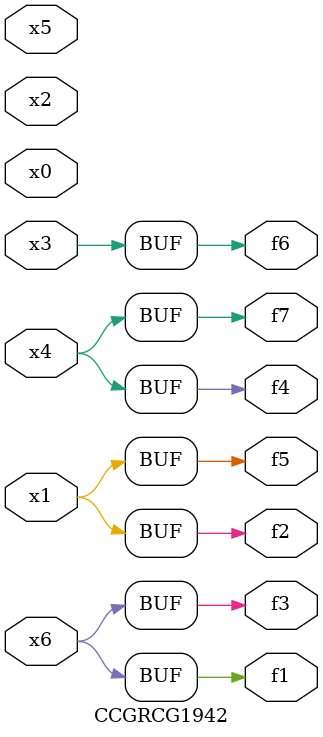
<source format=v>
module CCGRCG1942(
	input x0, x1, x2, x3, x4, x5, x6,
	output f1, f2, f3, f4, f5, f6, f7
);
	assign f1 = x6;
	assign f2 = x1;
	assign f3 = x6;
	assign f4 = x4;
	assign f5 = x1;
	assign f6 = x3;
	assign f7 = x4;
endmodule

</source>
